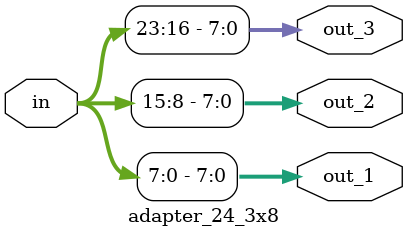
<source format=v>
module adapter_24_3x8(in, out_1, out_2, out_3);

	input [23:0] in;
	
	output [7:0] out_1;
	output [7:0] out_2;
	output [7:0] out_3;
	
	wire [7:0] out_1;
	wire [7:0] out_2;
	wire [7:0] out_3;
	
	assign out_1 = in[7:0];
	assign out_2 = in[15:8];
	assign out_3 = in[23:16];

endmodule

</source>
